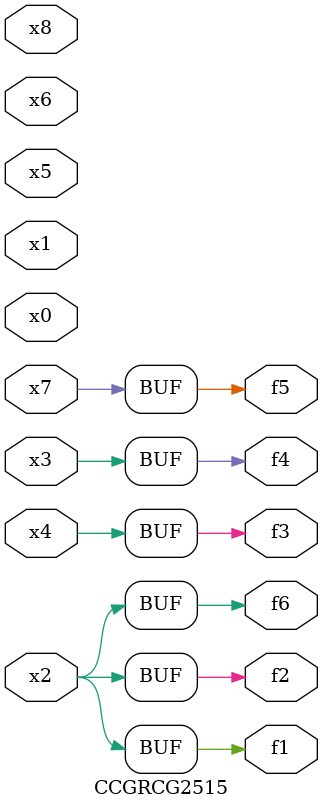
<source format=v>
module CCGRCG2515(
	input x0, x1, x2, x3, x4, x5, x6, x7, x8,
	output f1, f2, f3, f4, f5, f6
);
	assign f1 = x2;
	assign f2 = x2;
	assign f3 = x4;
	assign f4 = x3;
	assign f5 = x7;
	assign f6 = x2;
endmodule

</source>
